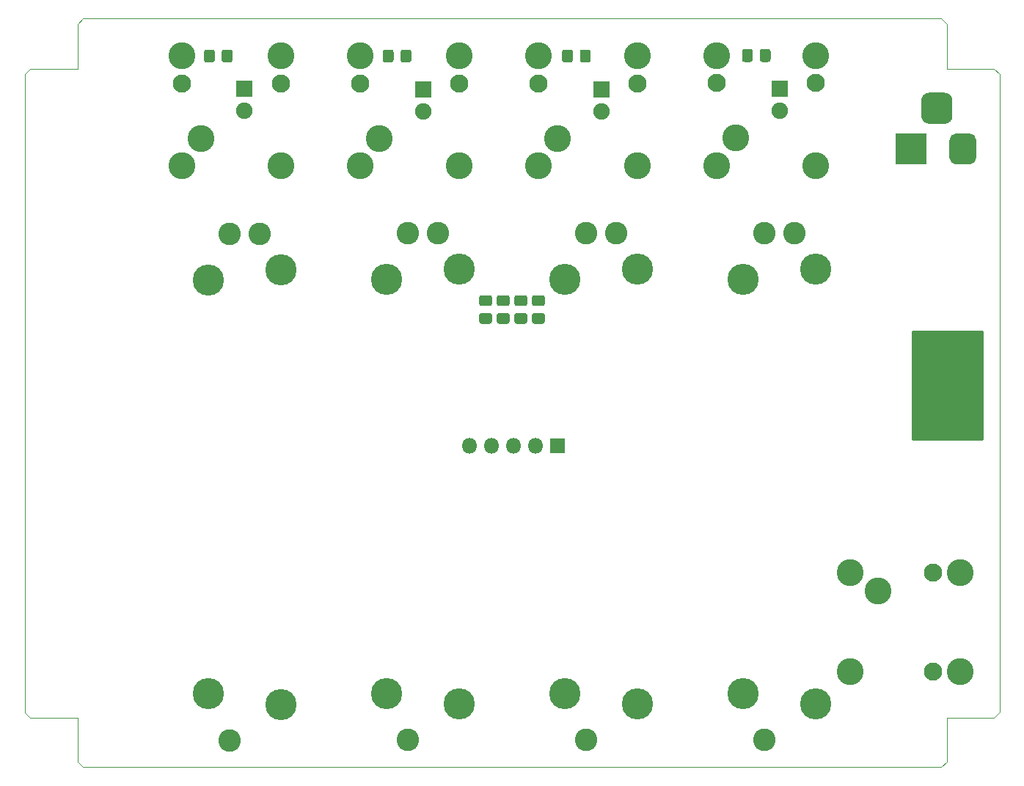
<source format=gbr>
%TF.GenerationSoftware,KiCad,Pcbnew,5.1.6-c6e7f7d~87~ubuntu18.04.1*%
%TF.CreationDate,2020-10-23T07:39:38+01:00*%
%TF.ProjectId,ActiveSplitterPedalWithDigitalPeakDetector,41637469-7665-4537-906c-697474657250,rev?*%
%TF.SameCoordinates,Original*%
%TF.FileFunction,Soldermask,Bot*%
%TF.FilePolarity,Negative*%
%FSLAX46Y46*%
G04 Gerber Fmt 4.6, Leading zero omitted, Abs format (unit mm)*
G04 Created by KiCad (PCBNEW 5.1.6-c6e7f7d~87~ubuntu18.04.1) date 2020-10-23 07:39:38*
%MOMM*%
%LPD*%
G01*
G04 APERTURE LIST*
%TA.AperFunction,Profile*%
%ADD10C,0.050000*%
%TD*%
%ADD11C,2.600000*%
%ADD12C,3.600000*%
%ADD13O,1.800000X1.800000*%
%ADD14R,1.800000X1.800000*%
%ADD15C,1.900000*%
%ADD16R,1.900000X1.900000*%
%ADD17C,3.100000*%
%ADD18C,2.100000*%
%ADD19R,3.600000X3.600000*%
%ADD20C,0.254000*%
G04 APERTURE END LIST*
D10*
X186309000Y-130429000D02*
X185674000Y-131064000D01*
X186309000Y-125349000D02*
X186309000Y-130429000D01*
X191770000Y-125349000D02*
X186309000Y-125349000D01*
X192405000Y-124714000D02*
X191770000Y-125349000D01*
X192405000Y-51054000D02*
X192405000Y-124714000D01*
X191770000Y-50419000D02*
X192405000Y-51054000D01*
X186309000Y-50419000D02*
X191770000Y-50419000D01*
X186309000Y-45275500D02*
X186309000Y-50419000D01*
X185674000Y-44640500D02*
X186309000Y-45275500D01*
X86614000Y-44640500D02*
X185674000Y-44640500D01*
X85979000Y-45275500D02*
X86614000Y-44640500D01*
X85979000Y-50419000D02*
X85979000Y-45275500D01*
X80518000Y-50419000D02*
X85979000Y-50419000D01*
X79883000Y-51054000D02*
X80518000Y-50419000D01*
X79883000Y-124777500D02*
X79883000Y-51054000D01*
X80518000Y-125412500D02*
X79883000Y-124777500D01*
X85979000Y-125412500D02*
X80518000Y-125412500D01*
X85979000Y-130429000D02*
X85979000Y-125412500D01*
X86614000Y-131064000D02*
X85979000Y-130429000D01*
X185674000Y-131064000D02*
X86614000Y-131064000D01*
D11*
%TO.C,RV2*%
X124104400Y-69443600D03*
X127609600Y-69443600D03*
X124104400Y-127939800D03*
D12*
X121666000Y-74777600D03*
X130022600Y-73583800D03*
X121666000Y-122580400D03*
X130048000Y-123799600D03*
%TD*%
%TO.C,C30*%
G36*
G01*
X139670262Y-77832000D02*
X138713738Y-77832000D01*
G75*
G02*
X138442000Y-77560262I0J271738D01*
G01*
X138442000Y-76853738D01*
G75*
G02*
X138713738Y-76582000I271738J0D01*
G01*
X139670262Y-76582000D01*
G75*
G02*
X139942000Y-76853738I0J-271738D01*
G01*
X139942000Y-77560262D01*
G75*
G02*
X139670262Y-77832000I-271738J0D01*
G01*
G37*
G36*
G01*
X139670262Y-79882000D02*
X138713738Y-79882000D01*
G75*
G02*
X138442000Y-79610262I0J271738D01*
G01*
X138442000Y-78903738D01*
G75*
G02*
X138713738Y-78632000I271738J0D01*
G01*
X139670262Y-78632000D01*
G75*
G02*
X139942000Y-78903738I0J-271738D01*
G01*
X139942000Y-79610262D01*
G75*
G02*
X139670262Y-79882000I-271738J0D01*
G01*
G37*
%TD*%
%TO.C,R4*%
G36*
G01*
X164738000Y-49373262D02*
X164738000Y-48416738D01*
G75*
G02*
X165009738Y-48145000I271738J0D01*
G01*
X165716262Y-48145000D01*
G75*
G02*
X165988000Y-48416738I0J-271738D01*
G01*
X165988000Y-49373262D01*
G75*
G02*
X165716262Y-49645000I-271738J0D01*
G01*
X165009738Y-49645000D01*
G75*
G02*
X164738000Y-49373262I0J271738D01*
G01*
G37*
G36*
G01*
X162688000Y-49373262D02*
X162688000Y-48416738D01*
G75*
G02*
X162959738Y-48145000I271738J0D01*
G01*
X163666262Y-48145000D01*
G75*
G02*
X163938000Y-48416738I0J-271738D01*
G01*
X163938000Y-49373262D01*
G75*
G02*
X163666262Y-49645000I-271738J0D01*
G01*
X162959738Y-49645000D01*
G75*
G02*
X162688000Y-49373262I0J271738D01*
G01*
G37*
%TD*%
%TO.C,R3*%
G36*
G01*
X143973500Y-49436762D02*
X143973500Y-48480238D01*
G75*
G02*
X144245238Y-48208500I271738J0D01*
G01*
X144951762Y-48208500D01*
G75*
G02*
X145223500Y-48480238I0J-271738D01*
G01*
X145223500Y-49436762D01*
G75*
G02*
X144951762Y-49708500I-271738J0D01*
G01*
X144245238Y-49708500D01*
G75*
G02*
X143973500Y-49436762I0J271738D01*
G01*
G37*
G36*
G01*
X141923500Y-49436762D02*
X141923500Y-48480238D01*
G75*
G02*
X142195238Y-48208500I271738J0D01*
G01*
X142901762Y-48208500D01*
G75*
G02*
X143173500Y-48480238I0J-271738D01*
G01*
X143173500Y-49436762D01*
G75*
G02*
X142901762Y-49708500I-271738J0D01*
G01*
X142195238Y-49708500D01*
G75*
G02*
X141923500Y-49436762I0J271738D01*
G01*
G37*
%TD*%
%TO.C,R2*%
G36*
G01*
X123272500Y-49436762D02*
X123272500Y-48480238D01*
G75*
G02*
X123544238Y-48208500I271738J0D01*
G01*
X124250762Y-48208500D01*
G75*
G02*
X124522500Y-48480238I0J-271738D01*
G01*
X124522500Y-49436762D01*
G75*
G02*
X124250762Y-49708500I-271738J0D01*
G01*
X123544238Y-49708500D01*
G75*
G02*
X123272500Y-49436762I0J271738D01*
G01*
G37*
G36*
G01*
X121222500Y-49436762D02*
X121222500Y-48480238D01*
G75*
G02*
X121494238Y-48208500I271738J0D01*
G01*
X122200762Y-48208500D01*
G75*
G02*
X122472500Y-48480238I0J-271738D01*
G01*
X122472500Y-49436762D01*
G75*
G02*
X122200762Y-49708500I-271738J0D01*
G01*
X121494238Y-49708500D01*
G75*
G02*
X121222500Y-49436762I0J271738D01*
G01*
G37*
%TD*%
%TO.C,R1*%
G36*
G01*
X102635000Y-49436762D02*
X102635000Y-48480238D01*
G75*
G02*
X102906738Y-48208500I271738J0D01*
G01*
X103613262Y-48208500D01*
G75*
G02*
X103885000Y-48480238I0J-271738D01*
G01*
X103885000Y-49436762D01*
G75*
G02*
X103613262Y-49708500I-271738J0D01*
G01*
X102906738Y-49708500D01*
G75*
G02*
X102635000Y-49436762I0J271738D01*
G01*
G37*
G36*
G01*
X100585000Y-49436762D02*
X100585000Y-48480238D01*
G75*
G02*
X100856738Y-48208500I271738J0D01*
G01*
X101563262Y-48208500D01*
G75*
G02*
X101835000Y-48480238I0J-271738D01*
G01*
X101835000Y-49436762D01*
G75*
G02*
X101563262Y-49708500I-271738J0D01*
G01*
X100856738Y-49708500D01*
G75*
G02*
X100585000Y-49436762I0J271738D01*
G01*
G37*
%TD*%
D13*
%TO.C,J7*%
X131191000Y-93980000D03*
X133731000Y-93980000D03*
X136271000Y-93980000D03*
X138811000Y-93980000D03*
D14*
X141351000Y-93980000D03*
%TD*%
D15*
%TO.C,D14*%
X167005000Y-55245000D03*
D16*
X167005000Y-52705000D03*
%TD*%
D15*
%TO.C,D10*%
X146431000Y-55372000D03*
D16*
X146431000Y-52832000D03*
%TD*%
D15*
%TO.C,D2*%
X125857000Y-55372000D03*
D16*
X125857000Y-52832000D03*
%TD*%
D15*
%TO.C,D1*%
X105219500Y-55245000D03*
D16*
X105219500Y-52705000D03*
%TD*%
%TO.C,C31*%
G36*
G01*
X137638262Y-77832000D02*
X136681738Y-77832000D01*
G75*
G02*
X136410000Y-77560262I0J271738D01*
G01*
X136410000Y-76853738D01*
G75*
G02*
X136681738Y-76582000I271738J0D01*
G01*
X137638262Y-76582000D01*
G75*
G02*
X137910000Y-76853738I0J-271738D01*
G01*
X137910000Y-77560262D01*
G75*
G02*
X137638262Y-77832000I-271738J0D01*
G01*
G37*
G36*
G01*
X137638262Y-79882000D02*
X136681738Y-79882000D01*
G75*
G02*
X136410000Y-79610262I0J271738D01*
G01*
X136410000Y-78903738D01*
G75*
G02*
X136681738Y-78632000I271738J0D01*
G01*
X137638262Y-78632000D01*
G75*
G02*
X137910000Y-78903738I0J-271738D01*
G01*
X137910000Y-79610262D01*
G75*
G02*
X137638262Y-79882000I-271738J0D01*
G01*
G37*
%TD*%
%TO.C,C29*%
G36*
G01*
X135606262Y-77832000D02*
X134649738Y-77832000D01*
G75*
G02*
X134378000Y-77560262I0J271738D01*
G01*
X134378000Y-76853738D01*
G75*
G02*
X134649738Y-76582000I271738J0D01*
G01*
X135606262Y-76582000D01*
G75*
G02*
X135878000Y-76853738I0J-271738D01*
G01*
X135878000Y-77560262D01*
G75*
G02*
X135606262Y-77832000I-271738J0D01*
G01*
G37*
G36*
G01*
X135606262Y-79882000D02*
X134649738Y-79882000D01*
G75*
G02*
X134378000Y-79610262I0J271738D01*
G01*
X134378000Y-78903738D01*
G75*
G02*
X134649738Y-78632000I271738J0D01*
G01*
X135606262Y-78632000D01*
G75*
G02*
X135878000Y-78903738I0J-271738D01*
G01*
X135878000Y-79610262D01*
G75*
G02*
X135606262Y-79882000I-271738J0D01*
G01*
G37*
%TD*%
%TO.C,C22*%
G36*
G01*
X133574262Y-77832000D02*
X132617738Y-77832000D01*
G75*
G02*
X132346000Y-77560262I0J271738D01*
G01*
X132346000Y-76853738D01*
G75*
G02*
X132617738Y-76582000I271738J0D01*
G01*
X133574262Y-76582000D01*
G75*
G02*
X133846000Y-76853738I0J-271738D01*
G01*
X133846000Y-77560262D01*
G75*
G02*
X133574262Y-77832000I-271738J0D01*
G01*
G37*
G36*
G01*
X133574262Y-79882000D02*
X132617738Y-79882000D01*
G75*
G02*
X132346000Y-79610262I0J271738D01*
G01*
X132346000Y-78903738D01*
G75*
G02*
X132617738Y-78632000I271738J0D01*
G01*
X133574262Y-78632000D01*
G75*
G02*
X133846000Y-78903738I0J-271738D01*
G01*
X133846000Y-79610262D01*
G75*
G02*
X133574262Y-79882000I-271738J0D01*
G01*
G37*
%TD*%
D11*
%TO.C,RV3*%
X144678400Y-69443600D03*
X148183600Y-69443600D03*
X144678400Y-127939800D03*
D12*
X142240000Y-74777600D03*
X150596600Y-73583800D03*
X142240000Y-122580400D03*
X150622000Y-123799600D03*
%TD*%
D11*
%TO.C,RV1*%
X103530400Y-69469000D03*
X107035600Y-69469000D03*
X103530400Y-127965200D03*
D12*
X101092000Y-74803000D03*
X109448600Y-73609200D03*
X101092000Y-122605800D03*
X109474000Y-123825000D03*
%TD*%
D11*
%TO.C,RV4*%
X165252400Y-69443600D03*
X168757600Y-69443600D03*
X165252400Y-127939800D03*
D12*
X162814000Y-74777600D03*
X171170600Y-73583800D03*
X162814000Y-122580400D03*
X171196000Y-123799600D03*
%TD*%
D17*
%TO.C,J6*%
X159766000Y-61595000D03*
X171196000Y-61595000D03*
X171196000Y-48895000D03*
X159766000Y-48895000D03*
X161925000Y-58420000D03*
D18*
X159766000Y-52070000D03*
X171196000Y-52070000D03*
%TD*%
D17*
%TO.C,J5*%
X139192000Y-61658500D03*
X150622000Y-61658500D03*
X150622000Y-48958500D03*
X139192000Y-48958500D03*
X141351000Y-58483500D03*
D18*
X139192000Y-52133500D03*
X150622000Y-52133500D03*
%TD*%
D17*
%TO.C,J4*%
X118618000Y-61658500D03*
X130048000Y-61658500D03*
X130048000Y-48958500D03*
X118618000Y-48958500D03*
X120777000Y-58483500D03*
D18*
X118618000Y-52133500D03*
X130048000Y-52133500D03*
%TD*%
D17*
%TO.C,J3*%
X98044000Y-61658500D03*
X109474000Y-61658500D03*
X109474000Y-48958500D03*
X98044000Y-48958500D03*
X100203000Y-58483500D03*
D18*
X98044000Y-52133500D03*
X109474000Y-52133500D03*
%TD*%
D17*
%TO.C,J1*%
X175196500Y-108585000D03*
X175196500Y-120015000D03*
X187896500Y-120015000D03*
X187896500Y-108585000D03*
X178371500Y-110744000D03*
D18*
X184721500Y-108585000D03*
X184721500Y-120015000D03*
%TD*%
%TO.C,J2*%
G36*
G01*
X186981500Y-54090000D02*
X186981500Y-55890000D01*
G75*
G02*
X186081500Y-56790000I-900000J0D01*
G01*
X184281500Y-56790000D01*
G75*
G02*
X183381500Y-55890000I0J900000D01*
G01*
X183381500Y-54090000D01*
G75*
G02*
X184281500Y-53190000I900000J0D01*
G01*
X186081500Y-53190000D01*
G75*
G02*
X186981500Y-54090000I0J-900000D01*
G01*
G37*
G36*
G01*
X189731500Y-58665000D02*
X189731500Y-60715000D01*
G75*
G02*
X188956500Y-61490000I-775000J0D01*
G01*
X187406500Y-61490000D01*
G75*
G02*
X186631500Y-60715000I0J775000D01*
G01*
X186631500Y-58665000D01*
G75*
G02*
X187406500Y-57890000I775000J0D01*
G01*
X188956500Y-57890000D01*
G75*
G02*
X189731500Y-58665000I0J-775000D01*
G01*
G37*
D19*
X182181500Y-59690000D03*
%TD*%
D20*
G36*
X190373000Y-93218000D02*
G01*
X182372000Y-93218000D01*
X182372000Y-80772000D01*
X190373000Y-80772000D01*
X190373000Y-93218000D01*
G37*
X190373000Y-93218000D02*
X182372000Y-93218000D01*
X182372000Y-80772000D01*
X190373000Y-80772000D01*
X190373000Y-93218000D01*
M02*

</source>
